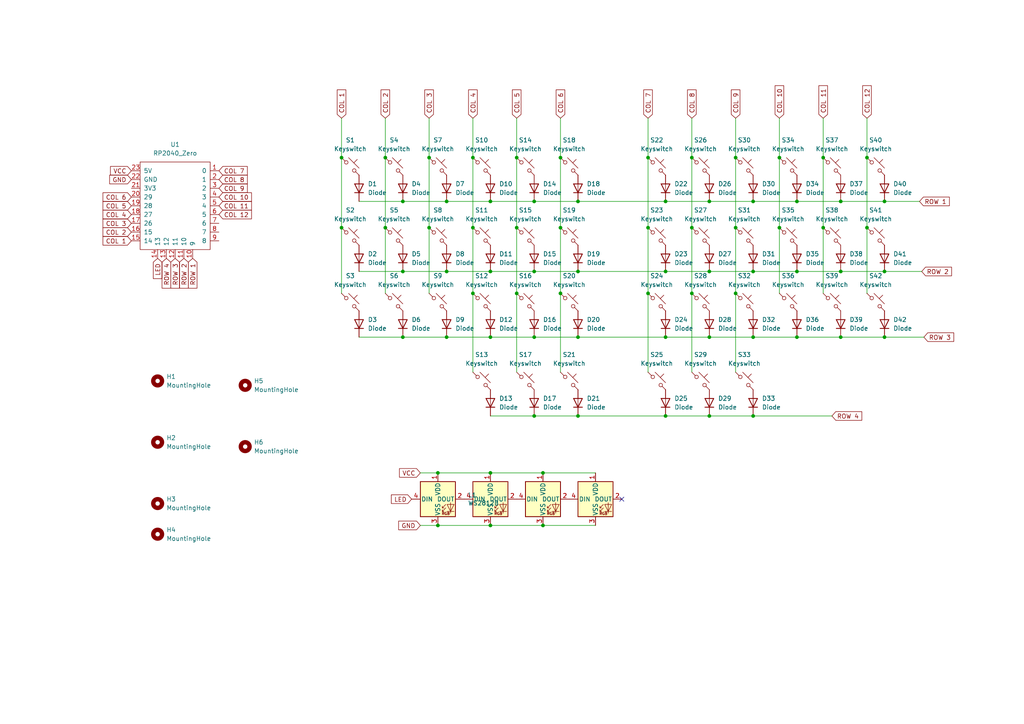
<source format=kicad_sch>
(kicad_sch (version 20230121) (generator eeschema)
  (paper "A4")
  (lib_symbols
    (symbol "LED:WS2812B" (pin_names (offset 0.254))
      (property "Reference" "D" (at 5.08 5.715 0))
      (property "Value" "WS2812B" (at 1.27 -5.715 0))
      (symbol "WS2812B_0_0"
        (text "RGB" (at 2.286 -4.191 0) (effects (font (size 0.762 0.762))))
      )
      (symbol "WS2812B_0_1"
        (polyline (pts (xy 1.27 -3.556) (xy 1.778 -3.556)))
        (polyline (pts (xy 1.27 -2.54) (xy 1.778 -2.54)))
        (polyline (pts (xy 4.699 -3.556) (xy 2.667 -3.556)))
        (polyline (pts (xy 2.286 -2.54) (xy 1.27 -3.556) (xy 1.27 -3.048)))
        (polyline (pts (xy 2.286 -1.524) (xy 1.27 -2.54) (xy 1.27 -2.032)))
        (polyline (pts (xy 3.683 -1.016) (xy 3.683 -3.556) (xy 3.683 -4.064)))
        (polyline (pts (xy 4.699 -1.524) (xy 2.667 -1.524) (xy 3.683 -3.556) (xy 4.699 -1.524)))
        (rectangle (start 5.08 5.08) (end -5.08 -5.08) (stroke (width 0.254)) (fill (type background)))
      )
      (symbol "WS2812B_1_1"
        (pin power_in line (at 0 7.62 270) (length 2.54) (name "VDD") (number "1"))
        (pin output line (at 7.62 0 180) (length 2.54) (name "DOUT") (number "2"))
        (pin power_in line (at 0 -7.62 90) (length 2.54) (name "VSS") (number "3"))
        (pin input line (at -7.62 0 0) (length 2.54) (name "DIN") (number "4"))
      )
    )
    (symbol "Mechanical:MountingHole" (pin_names (offset 1.016))
      (property "Reference" "H" (at 0 5.08 0))
      (property "Value" "MountingHole" (at 0 3.175 0))
      (symbol "MountingHole_0_1"
        (circle (center 0 0) (radius 1.27) (stroke (width 1.27)))
      )
    )
    (symbol "ScottoKeebs:MCU_RP2040_Zero" (pin_names (offset 1.016))
      (property "Reference" "U" (at 0 15.24 0))
      (property "Value" "RP2040_Zero" (at 0 12.7 0))
      (symbol "MCU_RP2040_Zero_0_1"
        (rectangle (start -10.16 11.43) (end 10.16 -13.97))
      )
      (symbol "MCU_RP2040_Zero_1_1"
        (pin bidirectional line (at 12.7 8.89 180) (length 2.54) (name "0") (number "1"))
        (pin bidirectional line (at 5.08 -16.51 90) (length 2.54) (name "9") (number "10"))
        (pin bidirectional line (at 2.54 -16.51 90) (length 2.54) (name "10") (number "11"))
        (pin bidirectional line (at 0 -16.51 90) (length 2.54) (name "11") (number "12"))
        (pin bidirectional line (at -2.54 -16.51 90) (length 2.54) (name "12") (number "13"))
        (pin bidirectional line (at -5.08 -16.51 90) (length 2.54) (name "13") (number "14"))
        (pin bidirectional line (at -12.7 -11.43 0) (length 2.54) (name "14") (number "15"))
        (pin bidirectional line (at -12.7 -8.89 0) (length 2.54) (name "15") (number "16"))
        (pin bidirectional line (at -12.7 -6.35 0) (length 2.54) (name "26") (number "17"))
        (pin bidirectional line (at -12.7 -3.81 0) (length 2.54) (name "27") (number "18"))
        (pin bidirectional line (at -12.7 -1.27 0) (length 2.54) (name "28") (number "19"))
        (pin bidirectional line (at 12.7 6.35 180) (length 2.54) (name "1") (number "2"))
        (pin bidirectional line (at -12.7 1.27 0) (length 2.54) (name "29") (number "20"))
        (pin power_out line (at -12.7 3.81 0) (length 2.54) (name "3V3") (number "21"))
        (pin power_out line (at -12.7 6.35 0) (length 2.54) (name "GND") (number "22"))
        (pin power_out line (at -12.7 8.89 0) (length 2.54) (name "5V") (number "23"))
        (pin bidirectional line (at 12.7 3.81 180) (length 2.54) (name "2") (number "3"))
        (pin bidirectional line (at 12.7 1.27 180) (length 2.54) (name "3") (number "4"))
        (pin bidirectional line (at 12.7 -1.27 180) (length 2.54) (name "4") (number "5"))
        (pin bidirectional line (at 12.7 -3.81 180) (length 2.54) (name "5") (number "6"))
        (pin bidirectional line (at 12.7 -6.35 180) (length 2.54) (name "6") (number "7"))
        (pin bidirectional line (at 12.7 -8.89 180) (length 2.54) (name "7") (number "8"))
        (pin bidirectional line (at 12.7 -11.43 180) (length 2.54) (name "8") (number "9"))
      )
    )
    (symbol "ScottoKeebs:Placeholder_Diode" (pin_numbers hide) (pin_names hide)
      (property "Reference" "D" (at 0 2.54 0))
      (property "Value" "Diode" (at 0 -2.54 0))
      (symbol "Placeholder_Diode_0_1"
        (polyline (pts (xy -1.27 1.27) (xy -1.27 -1.27)) (stroke (width 0.254)))
        (polyline (pts (xy 1.27 0) (xy -1.27 0)))
        (polyline (pts (xy 1.27 1.27) (xy 1.27 -1.27) (xy -1.27 0) (xy 1.27 1.27)) (stroke (width 0.254)))
      )
      (symbol "Placeholder_Diode_1_1"
        (pin passive line (at -3.81 0 0) (length 2.54) (name "K") (number "1"))
        (pin passive line (at 3.81 0 180) (length 2.54) (name "A") (number "2"))
      )
    )
    (symbol "ScottoKeebs:Placeholder_Keyswitch" (pin_numbers hide) (pin_names (offset 1.016) hide)
      (property "Reference" "S" (at 3.048 1.016 0))
      (property "Value" "Keyswitch" (at 0 -3.81 0))
      (symbol "Placeholder_Keyswitch_0_1"
        (circle (center -1.1684 1.1684) (radius 0.508))
        (polyline (pts (xy -0.508 2.54) (xy 2.54 -0.508)))
        (polyline (pts (xy 1.016 1.016) (xy 2.032 2.032)))
        (polyline (pts (xy -2.54 2.54) (xy -1.524 1.524) (xy -1.524 1.524)))
        (polyline (pts (xy 1.524 -1.524) (xy 2.54 -2.54) (xy 2.54 -2.54) (xy 2.54 -2.54)))
        (circle (center 1.143 -1.1938) (radius 0.508))
        (pin passive line (at -2.54 2.54 0) (length 0) (name "1") (number "1"))
        (pin passive line (at 2.54 -2.54 180) (length 0) (name "2") (number "2"))
      )
    )
  )
  (junction (at 243.84 97.79))
  (junction (at 238.76 45.72))
  (junction (at 205.74 120.65))
  (junction (at 124.46 66.04))
  (junction (at 167.64 120.65))
  (junction (at 238.76 66.04))
  (junction (at 154.94 58.42))
  (junction (at 193.04 78.74))
  (junction (at 111.76 66.04))
  (junction (at 157.48 152.4))
  (junction (at 149.86 66.04))
  (junction (at 154.94 120.65))
  (junction (at 205.74 78.74))
  (junction (at 149.86 45.72))
  (junction (at 193.04 58.42))
  (junction (at 213.36 85.09))
  (junction (at 99.06 45.72))
  (junction (at 218.44 58.42))
  (junction (at 218.44 78.74))
  (junction (at 243.84 78.74))
  (junction (at 129.54 58.42))
  (junction (at 167.64 97.79))
  (junction (at 200.66 85.09))
  (junction (at 142.24 58.42))
  (junction (at 200.66 66.04))
  (junction (at 154.94 78.74))
  (junction (at 187.96 66.04))
  (junction (at 256.54 78.74))
  (junction (at 187.96 85.09))
  (junction (at 162.56 45.72))
  (junction (at 137.16 66.04))
  (junction (at 205.74 58.42))
  (junction (at 187.96 45.72))
  (junction (at 251.46 66.04))
  (junction (at 142.24 152.4))
  (junction (at 167.64 78.74))
  (junction (at 231.14 78.74))
  (junction (at 127 152.4))
  (junction (at 213.36 45.72))
  (junction (at 142.24 78.74))
  (junction (at 127 137.16))
  (junction (at 124.46 45.72))
  (junction (at 162.56 66.04))
  (junction (at 129.54 78.74))
  (junction (at 116.84 58.42))
  (junction (at 142.24 97.79))
  (junction (at 149.86 85.09))
  (junction (at 231.14 97.79))
  (junction (at 251.46 45.72))
  (junction (at 226.06 45.72))
  (junction (at 116.84 97.79))
  (junction (at 256.54 58.42))
  (junction (at 193.04 120.65))
  (junction (at 116.84 78.74))
  (junction (at 205.74 97.79))
  (junction (at 243.84 58.42))
  (junction (at 154.94 97.79))
  (junction (at 218.44 120.65))
  (junction (at 200.66 45.72))
  (junction (at 193.04 97.79))
  (junction (at 99.06 66.04))
  (junction (at 129.54 97.79))
  (junction (at 142.24 137.16))
  (junction (at 137.16 45.72))
  (junction (at 162.56 85.09))
  (junction (at 157.48 137.16))
  (junction (at 218.44 97.79))
  (junction (at 111.76 45.72))
  (junction (at 226.06 66.04))
  (junction (at 256.54 97.79))
  (junction (at 231.14 58.42))
  (junction (at 213.36 66.04))
  (junction (at 167.64 58.42))
  (junction (at 137.16 85.09))
  (no_connect (at 180.34 144.78))
  (wire (pts (xy 111.76 66.04) (xy 111.76 85.09)))
  (wire (pts (xy 142.24 120.65) (xy 154.94 120.65)))
  (wire (pts (xy 218.44 97.79) (xy 231.14 97.79)))
  (wire (pts (xy 251.46 34.29) (xy 251.46 45.72)))
  (wire (pts (xy 154.94 78.74) (xy 167.64 78.74)))
  (wire (pts (xy 193.04 78.74) (xy 205.74 78.74)))
  (wire (pts (xy 218.44 78.74) (xy 231.14 78.74)))
  (wire (pts (xy 137.16 85.09) (xy 137.16 107.95)))
  (wire (pts (xy 200.66 85.09) (xy 200.66 107.95)))
  (wire (pts (xy 116.84 58.42) (xy 129.54 58.42)))
  (wire (pts (xy 238.76 34.29) (xy 238.76 45.72)))
  (wire (pts (xy 157.48 152.4) (xy 172.72 152.4)))
  (wire (pts (xy 104.14 78.74) (xy 116.84 78.74)))
  (wire (pts (xy 218.44 120.65) (xy 241.3 120.65)))
  (wire (pts (xy 99.06 34.29) (xy 99.06 45.72)))
  (wire (pts (xy 137.16 34.29) (xy 137.16 45.72)))
  (wire (pts (xy 167.64 58.42) (xy 193.04 58.42)))
  (wire (pts (xy 149.86 85.09) (xy 149.86 107.95)))
  (wire (pts (xy 256.54 58.42) (xy 266.7 58.42)))
  (wire (pts (xy 121.92 137.16) (xy 127 137.16)))
  (wire (pts (xy 116.84 97.79) (xy 129.54 97.79)))
  (wire (pts (xy 193.04 58.42) (xy 205.74 58.42)))
  (wire (pts (xy 162.56 66.04) (xy 162.56 85.09)))
  (wire (pts (xy 104.14 97.79) (xy 116.84 97.79)))
  (wire (pts (xy 231.14 78.74) (xy 243.84 78.74)))
  (wire (pts (xy 154.94 120.65) (xy 167.64 120.65)))
  (wire (pts (xy 129.54 78.74) (xy 142.24 78.74)))
  (wire (pts (xy 213.36 34.29) (xy 213.36 45.72)))
  (wire (pts (xy 243.84 97.79) (xy 256.54 97.79)))
  (wire (pts (xy 226.06 45.72) (xy 226.06 66.04)))
  (wire (pts (xy 238.76 66.04) (xy 238.76 85.09)))
  (wire (pts (xy 193.04 97.79) (xy 205.74 97.79)))
  (wire (pts (xy 149.86 66.04) (xy 149.86 85.09)))
  (wire (pts (xy 154.94 58.42) (xy 167.64 58.42)))
  (wire (pts (xy 121.92 152.4) (xy 127 152.4)))
  (wire (pts (xy 124.46 34.29) (xy 124.46 45.72)))
  (wire (pts (xy 149.86 34.29) (xy 149.86 45.72)))
  (wire (pts (xy 231.14 58.42) (xy 243.84 58.42)))
  (wire (pts (xy 205.74 78.74) (xy 218.44 78.74)))
  (wire (pts (xy 226.06 66.04) (xy 226.06 85.09)))
  (wire (pts (xy 127 137.16) (xy 142.24 137.16)))
  (wire (pts (xy 129.54 97.79) (xy 142.24 97.79)))
  (wire (pts (xy 167.64 78.74) (xy 193.04 78.74)))
  (wire (pts (xy 238.76 45.72) (xy 238.76 66.04)))
  (wire (pts (xy 124.46 66.04) (xy 124.46 85.09)))
  (wire (pts (xy 154.94 97.79) (xy 167.64 97.79)))
  (wire (pts (xy 187.96 34.29) (xy 187.96 45.72)))
  (wire (pts (xy 104.14 58.42) (xy 116.84 58.42)))
  (wire (pts (xy 200.66 34.29) (xy 200.66 45.72)))
  (wire (pts (xy 218.44 58.42) (xy 231.14 58.42)))
  (wire (pts (xy 162.56 34.29) (xy 162.56 45.72)))
  (wire (pts (xy 111.76 45.72) (xy 111.76 66.04)))
  (wire (pts (xy 167.64 97.79) (xy 193.04 97.79)))
  (wire (pts (xy 99.06 45.72) (xy 99.06 66.04)))
  (wire (pts (xy 167.64 120.65) (xy 193.04 120.65)))
  (wire (pts (xy 251.46 66.04) (xy 251.46 85.09)))
  (wire (pts (xy 157.48 137.16) (xy 172.72 137.16)))
  (wire (pts (xy 187.96 45.72) (xy 187.96 66.04)))
  (wire (pts (xy 162.56 85.09) (xy 162.56 107.95)))
  (wire (pts (xy 213.36 45.72) (xy 213.36 66.04)))
  (wire (pts (xy 187.96 66.04) (xy 187.96 85.09)))
  (wire (pts (xy 99.06 66.04) (xy 99.06 85.09)))
  (wire (pts (xy 149.86 45.72) (xy 149.86 66.04)))
  (wire (pts (xy 116.84 78.74) (xy 129.54 78.74)))
  (wire (pts (xy 256.54 78.74) (xy 267.335 78.74)))
  (wire (pts (xy 205.74 58.42) (xy 218.44 58.42)))
  (wire (pts (xy 129.54 58.42) (xy 142.24 58.42)))
  (wire (pts (xy 111.76 34.29) (xy 111.76 45.72)))
  (wire (pts (xy 243.84 58.42) (xy 256.54 58.42)))
  (wire (pts (xy 200.66 66.04) (xy 200.66 85.09)))
  (wire (pts (xy 256.54 97.79) (xy 267.97 97.79)))
  (wire (pts (xy 162.56 45.72) (xy 162.56 66.04)))
  (wire (pts (xy 205.74 120.65) (xy 218.44 120.65)))
  (wire (pts (xy 142.24 137.16) (xy 157.48 137.16)))
  (wire (pts (xy 124.46 45.72) (xy 124.46 66.04)))
  (wire (pts (xy 142.24 58.42) (xy 154.94 58.42)))
  (wire (pts (xy 137.16 45.72) (xy 137.16 66.04)))
  (wire (pts (xy 251.46 45.72) (xy 251.46 66.04)))
  (wire (pts (xy 142.24 152.4) (xy 127 152.4)))
  (wire (pts (xy 137.16 66.04) (xy 137.16 85.09)))
  (wire (pts (xy 213.36 66.04) (xy 213.36 85.09)))
  (wire (pts (xy 226.06 34.29) (xy 226.06 45.72)))
  (wire (pts (xy 142.24 152.4) (xy 157.48 152.4)))
  (wire (pts (xy 213.36 85.09) (xy 213.36 107.95)))
  (wire (pts (xy 187.96 85.09) (xy 187.96 107.95)))
  (wire (pts (xy 193.04 120.65) (xy 205.74 120.65)))
  (wire (pts (xy 205.74 97.79) (xy 218.44 97.79)))
  (wire (pts (xy 200.66 45.72) (xy 200.66 66.04)))
  (wire (pts (xy 243.84 78.74) (xy 256.54 78.74)))
  (wire (pts (xy 142.24 97.79) (xy 154.94 97.79)))
  (wire (pts (xy 142.24 78.74) (xy 154.94 78.74)))
  (wire (pts (xy 231.14 97.79) (xy 243.84 97.79)))
  (global_label "COL 11" (shape input) (at 63.5 59.69 0) (property "Intersheetrefs" "${INTERSHEET_REFS}" (effects hide)))
  (global_label "COL 7" (shape input) (at 187.96 34.29 90) (property "Intersheetrefs" "${INTERSHEET_REFS}" (effects hide)))
  (global_label "LED" (shape input) (at 119.38 144.78 180) (property "Intersheetrefs" "${INTERSHEET_REFS}" (effects hide)))
  (global_label "VCC" (shape input) (at 38.1 49.53 180) (property "Intersheetrefs" "${INTERSHEET_REFS}" (effects hide)))
  (global_label "ROW 3" (shape input) (at 267.97 97.79 0) (property "Intersheetrefs" "${INTERSHEET_REFS}" (effects hide)))
  (global_label "COL 5" (shape input) (at 38.1 59.69 180) (property "Intersheetrefs" "${INTERSHEET_REFS}" (effects hide)))
  (global_label "ROW 2" (shape input) (at 53.34 74.93 270) (property "Intersheetrefs" "${INTERSHEET_REFS}" (effects hide)))
  (global_label "GND" (shape input) (at 121.92 152.4 180) (property "Intersheetrefs" "${INTERSHEET_REFS}" (effects hide)))
  (global_label "ROW 1" (shape input) (at 55.88 74.93 270) (property "Intersheetrefs" "${INTERSHEET_REFS}" (effects hide)))
  (global_label "GND" (shape input) (at 38.1 52.07 180) (property "Intersheetrefs" "${INTERSHEET_REFS}" (effects hide)))
  (global_label "COL 5" (shape input) (at 149.86 34.29 90) (property "Intersheetrefs" "${INTERSHEET_REFS}" (effects hide)))
  (global_label "COL 11" (shape input) (at 238.76 34.29 90) (property "Intersheetrefs" "${INTERSHEET_REFS}" (effects hide)))
  (global_label "COL 1" (shape input) (at 38.1 69.85 180) (property "Intersheetrefs" "${INTERSHEET_REFS}" (effects hide)))
  (global_label "COL 10" (shape input) (at 226.06 34.29 90) (property "Intersheetrefs" "${INTERSHEET_REFS}" (effects hide)))
  (global_label "COL 2" (shape input) (at 38.1 67.31 180) (property "Intersheetrefs" "${INTERSHEET_REFS}" (effects hide)))
  (global_label "COL 12" (shape input) (at 63.5 62.23 0) (property "Intersheetrefs" "${INTERSHEET_REFS}" (effects hide)))
  (global_label "VCC" (shape input) (at 121.92 137.16 180) (property "Intersheetrefs" "${INTERSHEET_REFS}" (effects hide)))
  (global_label "COL 3" (shape input) (at 38.1 64.77 180) (property "Intersheetrefs" "${INTERSHEET_REFS}" (effects hide)))
  (global_label "COL 6" (shape input) (at 162.56 34.29 90) (property "Intersheetrefs" "${INTERSHEET_REFS}" (effects hide)))
  (global_label "COL 10" (shape input) (at 63.5 57.15 0) (property "Intersheetrefs" "${INTERSHEET_REFS}" (effects hide)))
  (global_label "COL 2" (shape input) (at 111.76 34.29 90) (property "Intersheetrefs" "${INTERSHEET_REFS}" (effects hide)))
  (global_label "COL 8" (shape input) (at 63.5 52.07 0) (property "Intersheetrefs" "${INTERSHEET_REFS}" (effects hide)))
  (global_label "LED" (shape input) (at 45.72 74.93 270) (property "Intersheetrefs" "${INTERSHEET_REFS}" (effects hide)))
  (global_label "COL 9" (shape input) (at 63.5 54.61 0) (property "Intersheetrefs" "${INTERSHEET_REFS}" (effects hide)))
  (global_label "ROW 4" (shape input) (at 48.26 74.93 270) (property "Intersheetrefs" "${INTERSHEET_REFS}" (effects hide)))
  (global_label "COL 7" (shape input) (at 63.5 49.53 0) (property "Intersheetrefs" "${INTERSHEET_REFS}" (effects hide)))
  (global_label "COL 8" (shape input) (at 200.66 34.29 90) (property "Intersheetrefs" "${INTERSHEET_REFS}" (effects hide)))
  (global_label "ROW 1" (shape input) (at 266.7 58.42 0) (property "Intersheetrefs" "${INTERSHEET_REFS}" (effects hide)))
  (global_label "COL 4" (shape input) (at 38.1 62.23 180) (property "Intersheetrefs" "${INTERSHEET_REFS}" (effects hide)))
  (global_label "COL 12" (shape input) (at 251.46 34.29 90) (property "Intersheetrefs" "${INTERSHEET_REFS}" (effects hide)))
  (global_label "COL 4" (shape input) (at 137.16 34.29 90) (property "Intersheetrefs" "${INTERSHEET_REFS}" (effects hide)))
  (global_label "COL 6" (shape input) (at 38.1 57.15 180) (property "Intersheetrefs" "${INTERSHEET_REFS}" (effects hide)))
  (global_label "COL 3" (shape input) (at 124.46 34.29 90) (property "Intersheetrefs" "${INTERSHEET_REFS}" (effects hide)))
  (global_label "COL 1" (shape input) (at 99.06 34.29 90) (property "Intersheetrefs" "${INTERSHEET_REFS}" (effects hide)))
  (global_label "ROW 3" (shape input) (at 50.8 74.93 270) (property "Intersheetrefs" "${INTERSHEET_REFS}" (effects hide)))
  (global_label "ROW 2" (shape input) (at 267.335 78.74 0) (property "Intersheetrefs" "${INTERSHEET_REFS}" (effects hide)))
  (global_label "ROW 4" (shape input) (at 241.3 120.65 0) (property "Intersheetrefs" "${INTERSHEET_REFS}" (effects hide)))
  (global_label "COL 9" (shape input) (at 213.36 34.29 90) (property "Intersheetrefs" "${INTERSHEET_REFS}" (effects hide)))
  (symbol (lib_id "ScottoKeebs:Placeholder_Diode") (at 116.84 54.61 90) (unit 1)
    (property "Reference" "D4" (at 119.38 53.34 90) (effects (justify right)))
    (property "Value" "Diode" (at 119.38 55.88 90) (effects (justify right)))
    (property "Footprint" "ScottoKeebs_Components:Diode_SOD-123" (effects hide))
    (property "Sim.Device" "D" (effects hide))
    (property "Sim.Pins" "1=K 2=A" (effects hide))
  )
  (symbol (lib_id "ScottoKeebs:Placeholder_Keyswitch") (at 127 87.63 0) (unit 1)
    (property "Reference" "S9" (at 127 80.01 0))
    (property "Value" "Keyswitch" (at 127 82.55 0))
    (property "Footprint" "PCM_marbastlib-mx:SW_MX_HS_1u" (effects hide))
  )
  (symbol (lib_id "LED:WS2812B") (at 127 144.78 0) (unit 1)
    (property "Reference" "L1" (at 135.7376 143.6116 0) (effects (justify left)))
    (property "Value" "WS2812B" (at 135.7376 145.923 0) (effects (justify left)))
    (property "Footprint" "LED_SMD:LED_WS2812B_PLCC4_5.0x5.0mm_P3.2mm" (effects hide))
    (property "Datasheet" "https://cdn-shop.adafruit.com/datasheets/WS2812B.pdf" (effects hide))
  )
  (symbol (lib_id "ScottoKeebs:Placeholder_Diode") (at 142.24 74.93 90) (unit 1)
    (property "Reference" "D11" (at 144.78 73.66 90) (effects (justify right)))
    (property "Value" "Diode" (at 144.78 76.2 90) (effects (justify right)))
    (property "Footprint" "ScottoKeebs_Components:Diode_SOD-123" (effects hide))
    (property "Sim.Device" "D" (effects hide))
    (property "Sim.Pins" "1=K 2=A" (effects hide))
  )
  (symbol (lib_id "ScottoKeebs:Placeholder_Keyswitch") (at 228.6 48.26 0) (unit 1)
    (property "Reference" "S34" (at 228.6 40.64 0))
    (property "Value" "Keyswitch" (at 228.6 43.18 0))
    (property "Footprint" "PCM_marbastlib-mx:SW_MX_HS_1u" (effects hide))
  )
  (symbol (lib_id "ScottoKeebs:Placeholder_Keyswitch") (at 152.4 68.58 0) (unit 1)
    (property "Reference" "S15" (at 152.4 60.96 0))
    (property "Value" "Keyswitch" (at 152.4 63.5 0))
    (property "Footprint" "PCM_marbastlib-mx:SW_MX_HS_1u" (effects hide))
  )
  (symbol (lib_id "Mechanical:MountingHole") (at 45.72 154.94 0) (unit 1)
    (property "Reference" "H4" (at 48.26 153.67 0) (effects (justify left)))
    (property "Value" "MountingHole" (at 48.26 156.21 0) (effects (justify left)))
    (property "Footprint" "MountingHole:MountingHole_2.2mm_M2" (effects hide))
  )
  (symbol (lib_id "ScottoKeebs:Placeholder_Diode") (at 142.24 93.98 90) (unit 1)
    (property "Reference" "D12" (at 144.78 92.71 90) (effects (justify right)))
    (property "Value" "Diode" (at 144.78 95.25 90) (effects (justify right)))
    (property "Footprint" "ScottoKeebs_Components:Diode_SOD-123" (effects hide))
    (property "Sim.Device" "D" (effects hide))
    (property "Sim.Pins" "1=K 2=A" (effects hide))
  )
  (symbol (lib_id "ScottoKeebs:Placeholder_Diode") (at 142.24 116.84 90) (unit 1)
    (property "Reference" "D13" (at 144.78 115.57 90) (effects (justify right)))
    (property "Value" "Diode" (at 144.78 118.11 90) (effects (justify right)))
    (property "Footprint" "ScottoKeebs_Components:Diode_SOD-123" (effects hide))
    (property "Sim.Device" "D" (effects hide))
    (property "Sim.Pins" "1=K 2=A" (effects hide))
  )
  (symbol (lib_id "Mechanical:MountingHole") (at 71.12 111.76 0) (unit 1)
    (property "Reference" "H5" (at 73.66 110.49 0) (effects (justify left)))
    (property "Value" "MountingHole" (at 73.66 113.03 0) (effects (justify left)))
    (property "Footprint" "MountingHole:MountingHole_2.2mm_M2" (effects hide))
  )
  (symbol (lib_id "ScottoKeebs:Placeholder_Keyswitch") (at 114.3 87.63 0) (unit 1)
    (property "Reference" "S6" (at 114.3 80.01 0))
    (property "Value" "Keyswitch" (at 114.3 82.55 0))
    (property "Footprint" "PCM_marbastlib-mx:SW_MX_HS_1u" (effects hide))
  )
  (symbol (lib_id "ScottoKeebs:Placeholder_Diode") (at 205.74 116.84 90) (unit 1)
    (property "Reference" "D29" (at 208.28 115.57 90) (effects (justify right)))
    (property "Value" "Diode" (at 208.28 118.11 90) (effects (justify right)))
    (property "Footprint" "ScottoKeebs_Components:Diode_SOD-123" (effects hide))
    (property "Sim.Device" "D" (effects hide))
    (property "Sim.Pins" "1=K 2=A" (effects hide))
  )
  (symbol (lib_id "ScottoKeebs:Placeholder_Keyswitch") (at 254 48.26 0) (unit 1)
    (property "Reference" "S40" (at 254 40.64 0))
    (property "Value" "Keyswitch" (at 254 43.18 0))
    (property "Footprint" "PCM_marbastlib-mx:SW_MX_HS_1u" (effects hide))
  )
  (symbol (lib_id "ScottoKeebs:Placeholder_Keyswitch") (at 254 68.58 0) (unit 1)
    (property "Reference" "S41" (at 254 60.96 0))
    (property "Value" "Keyswitch" (at 254 63.5 0))
    (property "Footprint" "PCM_marbastlib-mx:SW_MX_HS_1u" (effects hide))
  )
  (symbol (lib_id "ScottoKeebs:Placeholder_Keyswitch") (at 152.4 110.49 0) (unit 1)
    (property "Reference" "S17" (at 152.4 102.87 0))
    (property "Value" "Keyswitch" (at 152.4 105.41 0))
    (property "Footprint" "PCM_marbastlib-mx:SW_MX_HS_1u" (effects hide))
  )
  (symbol (lib_id "ScottoKeebs:Placeholder_Keyswitch") (at 241.3 68.58 0) (unit 1)
    (property "Reference" "S38" (at 241.3 60.96 0))
    (property "Value" "Keyswitch" (at 241.3 63.5 0))
    (property "Footprint" "PCM_marbastlib-mx:SW_MX_HS_1u" (effects hide))
  )
  (symbol (lib_id "ScottoKeebs:Placeholder_Diode") (at 167.64 93.98 90) (unit 1)
    (property "Reference" "D20" (at 170.18 92.71 90) (effects (justify right)))
    (property "Value" "Diode" (at 170.18 95.25 90) (effects (justify right)))
    (property "Footprint" "ScottoKeebs_Components:Diode_SOD-123" (effects hide))
    (property "Sim.Device" "D" (effects hide))
    (property "Sim.Pins" "1=K 2=A" (effects hide))
  )
  (symbol (lib_id "ScottoKeebs:Placeholder_Diode") (at 193.04 74.93 90) (unit 1)
    (property "Reference" "D23" (at 195.58 73.66 90) (effects (justify right)))
    (property "Value" "Diode" (at 195.58 76.2 90) (effects (justify right)))
    (property "Footprint" "ScottoKeebs_Components:Diode_SOD-123" (effects hide))
    (property "Sim.Device" "D" (effects hide))
    (property "Sim.Pins" "1=K 2=A" (effects hide))
  )
  (symbol (lib_id "ScottoKeebs:Placeholder_Keyswitch") (at 114.3 68.58 0) (unit 1)
    (property "Reference" "S5" (at 114.3 60.96 0))
    (property "Value" "Keyswitch" (at 114.3 63.5 0))
    (property "Footprint" "PCM_marbastlib-mx:SW_MX_HS_1u" (effects hide))
  )
  (symbol (lib_id "ScottoKeebs:Placeholder_Diode") (at 104.14 54.61 90) (unit 1)
    (property "Reference" "D1" (at 106.68 53.34 90) (effects (justify right)))
    (property "Value" "Diode" (at 106.68 55.88 90) (effects (justify right)))
    (property "Footprint" "ScottoKeebs_Components:Diode_SOD-123" (effects hide))
    (property "Sim.Device" "D" (effects hide))
    (property "Sim.Pins" "1=K 2=A" (effects hide))
  )
  (symbol (lib_id "ScottoKeebs:Placeholder_Keyswitch") (at 190.5 48.26 0) (unit 1)
    (property "Reference" "S22" (at 190.5 40.64 0))
    (property "Value" "Keyswitch" (at 190.5 43.18 0))
    (property "Footprint" "PCM_marbastlib-mx:SW_MX_HS_1u" (effects hide))
  )
  (symbol (lib_id "ScottoKeebs:Placeholder_Diode") (at 256.54 93.98 90) (unit 1)
    (property "Reference" "D42" (at 259.08 92.71 90) (effects (justify right)))
    (property "Value" "Diode" (at 259.08 95.25 90) (effects (justify right)))
    (property "Footprint" "ScottoKeebs_Components:Diode_SOD-123" (effects hide))
    (property "Sim.Device" "D" (effects hide))
    (property "Sim.Pins" "1=K 2=A" (effects hide))
  )
  (symbol (lib_id "ScottoKeebs:Placeholder_Diode") (at 231.14 54.61 90) (unit 1)
    (property "Reference" "D34" (at 233.68 53.34 90) (effects (justify right)))
    (property "Value" "Diode" (at 233.68 55.88 90) (effects (justify right)))
    (property "Footprint" "ScottoKeebs_Components:Diode_SOD-123" (effects hide))
    (property "Sim.Device" "D" (effects hide))
    (property "Sim.Pins" "1=K 2=A" (effects hide))
  )
  (symbol (lib_id "ScottoKeebs:Placeholder_Diode") (at 243.84 54.61 90) (unit 1)
    (property "Reference" "D37" (at 246.38 53.34 90) (effects (justify right)))
    (property "Value" "Diode" (at 246.38 55.88 90) (effects (justify right)))
    (property "Footprint" "ScottoKeebs_Components:Diode_SOD-123" (effects hide))
    (property "Sim.Device" "D" (effects hide))
    (property "Sim.Pins" "1=K 2=A" (effects hide))
  )
  (symbol (lib_id "ScottoKeebs:Placeholder_Diode") (at 129.54 93.98 90) (unit 1)
    (property "Reference" "D9" (at 132.08 92.71 90) (effects (justify right)))
    (property "Value" "Diode" (at 132.08 95.25 90) (effects (justify right)))
    (property "Footprint" "ScottoKeebs_Components:Diode_SOD-123" (effects hide))
    (property "Sim.Device" "D" (effects hide))
    (property "Sim.Pins" "1=K 2=A" (effects hide))
  )
  (symbol (lib_id "ScottoKeebs:Placeholder_Keyswitch") (at 190.5 110.49 0) (unit 1)
    (property "Reference" "S25" (at 190.5 102.87 0))
    (property "Value" "Keyswitch" (at 190.5 105.41 0))
    (property "Footprint" "PCM_marbastlib-mx:SW_MX_HS_1u" (effects hide))
  )
  (symbol (lib_id "ScottoKeebs:Placeholder_Diode") (at 218.44 93.98 90) (unit 1)
    (property "Reference" "D32" (at 220.98 92.71 90) (effects (justify right)))
    (property "Value" "Diode" (at 220.98 95.25 90) (effects (justify right)))
    (property "Footprint" "ScottoKeebs_Components:Diode_SOD-123" (effects hide))
    (property "Sim.Device" "D" (effects hide))
    (property "Sim.Pins" "1=K 2=A" (effects hide))
  )
  (symbol (lib_id "ScottoKeebs:Placeholder_Keyswitch") (at 228.6 68.58 0) (unit 1)
    (property "Reference" "S35" (at 228.6 60.96 0))
    (property "Value" "Keyswitch" (at 228.6 63.5 0))
    (property "Footprint" "PCM_marbastlib-mx:SW_MX_HS_1u" (effects hide))
  )
  (symbol (lib_id "ScottoKeebs:Placeholder_Diode") (at 142.24 54.61 90) (unit 1)
    (property "Reference" "D10" (at 144.78 53.34 90) (effects (justify right)))
    (property "Value" "Diode" (at 144.78 55.88 90) (effects (justify right)))
    (property "Footprint" "ScottoKeebs_Components:Diode_SOD-123" (effects hide))
    (property "Sim.Device" "D" (effects hide))
    (property "Sim.Pins" "1=K 2=A" (effects hide))
  )
  (symbol (lib_id "ScottoKeebs:Placeholder_Keyswitch") (at 203.2 48.26 0) (unit 1)
    (property "Reference" "S26" (at 203.2 40.64 0))
    (property "Value" "Keyswitch" (at 203.2 43.18 0))
    (property "Footprint" "PCM_marbastlib-mx:SW_MX_HS_1u" (effects hide))
  )
  (symbol (lib_id "ScottoKeebs:Placeholder_Keyswitch") (at 203.2 87.63 0) (unit 1)
    (property "Reference" "S28" (at 203.2 80.01 0))
    (property "Value" "Keyswitch" (at 203.2 82.55 0))
    (property "Footprint" "PCM_marbastlib-mx:SW_MX_HS_1u" (effects hide))
  )
  (symbol (lib_id "ScottoKeebs:Placeholder_Keyswitch") (at 190.5 87.63 0) (unit 1)
    (property "Reference" "S24" (at 190.5 80.01 0))
    (property "Value" "Keyswitch" (at 190.5 82.55 0))
    (property "Footprint" "PCM_marbastlib-mx:SW_MX_HS_1u" (effects hide))
  )
  (symbol (lib_id "ScottoKeebs:Placeholder_Keyswitch") (at 228.6 87.63 0) (unit 1)
    (property "Reference" "S36" (at 228.6 80.01 0))
    (property "Value" "Keyswitch" (at 228.6 82.55 0))
    (property "Footprint" "PCM_marbastlib-mx:SW_MX_HS_1u" (effects hide))
  )
  (symbol (lib_id "ScottoKeebs:Placeholder_Keyswitch") (at 152.4 48.26 0) (unit 1)
    (property "Reference" "S14" (at 152.4 40.64 0))
    (property "Value" "Keyswitch" (at 152.4 43.18 0))
    (property "Footprint" "PCM_marbastlib-mx:SW_MX_HS_1u" (effects hide))
  )
  (symbol (lib_id "ScottoKeebs:Placeholder_Diode") (at 243.84 74.93 90) (unit 1)
    (property "Reference" "D38" (at 246.38 73.66 90) (effects (justify right)))
    (property "Value" "Diode" (at 246.38 76.2 90) (effects (justify right)))
    (property "Footprint" "ScottoKeebs_Components:Diode_SOD-123" (effects hide))
    (property "Sim.Device" "D" (effects hide))
    (property "Sim.Pins" "1=K 2=A" (effects hide))
  )
  (symbol (lib_id "ScottoKeebs:Placeholder_Diode") (at 104.14 93.98 90) (unit 1)
    (property "Reference" "D3" (at 106.68 92.71 90) (effects (justify right)))
    (property "Value" "Diode" (at 106.68 95.25 90) (effects (justify right)))
    (property "Footprint" "ScottoKeebs_Components:Diode_SOD-123" (effects hide))
    (property "Sim.Device" "D" (effects hide))
    (property "Sim.Pins" "1=K 2=A" (effects hide))
  )
  (symbol (lib_id "ScottoKeebs:Placeholder_Keyswitch") (at 139.7 110.49 0) (unit 1)
    (property "Reference" "S13" (at 139.7 102.87 0))
    (property "Value" "Keyswitch" (at 139.7 105.41 0))
    (property "Footprint" "PCM_marbastlib-mx:SW_MX_HS_1u" (effects hide))
  )
  (symbol (lib_id "ScottoKeebs:Placeholder_Keyswitch") (at 215.9 48.26 0) (unit 1)
    (property "Reference" "S30" (at 215.9 40.64 0))
    (property "Value" "Keyswitch" (at 215.9 43.18 0))
    (property "Footprint" "PCM_marbastlib-mx:SW_MX_HS_1u" (effects hide))
  )
  (symbol (lib_id "Mechanical:MountingHole") (at 45.72 110.49 0) (unit 1)
    (property "Reference" "H1" (at 48.26 109.22 0) (effects (justify left)))
    (property "Value" "MountingHole" (at 48.26 111.76 0) (effects (justify left)))
    (property "Footprint" "MountingHole:MountingHole_2.2mm_M2" (effects hide))
  )
  (symbol (lib_id "ScottoKeebs:Placeholder_Diode") (at 154.94 116.84 90) (unit 1)
    (property "Reference" "D17" (at 157.48 115.57 90) (effects (justify right)))
    (property "Value" "Diode" (at 157.48 118.11 90) (effects (justify right)))
    (property "Footprint" "ScottoKeebs_Components:Diode_SOD-123" (effects hide))
    (property "Sim.Device" "D" (effects hide))
    (property "Sim.Pins" "1=K 2=A" (effects hide))
  )
  (symbol (lib_id "ScottoKeebs:Placeholder_Keyswitch") (at 215.9 68.58 0) (unit 1)
    (property "Reference" "S31" (at 215.9 60.96 0))
    (property "Value" "Keyswitch" (at 215.9 63.5 0))
    (property "Footprint" "PCM_marbastlib-mx:SW_MX_HS_1u" (effects hide))
  )
  (symbol (lib_id "ScottoKeebs:Placeholder_Keyswitch") (at 139.7 48.26 0) (unit 1)
    (property "Reference" "S10" (at 139.7 40.64 0))
    (property "Value" "Keyswitch" (at 139.7 43.18 0))
    (property "Footprint" "PCM_marbastlib-mx:SW_MX_HS_1u" (effects hide))
  )
  (symbol (lib_id "ScottoKeebs:Placeholder_Diode") (at 193.04 93.98 90) (unit 1)
    (property "Reference" "D24" (at 195.58 92.71 90) (effects (justify right)))
    (property "Value" "Diode" (at 195.58 95.25 90) (effects (justify right)))
    (property "Footprint" "ScottoKeebs_Components:Diode_SOD-123" (effects hide))
    (property "Sim.Device" "D" (effects hide))
    (property "Sim.Pins" "1=K 2=A" (effects hide))
  )
  (symbol (lib_id "ScottoKeebs:Placeholder_Diode") (at 205.74 93.98 90) (unit 1)
    (property "Reference" "D28" (at 208.28 92.71 90) (effects (justify right)))
    (property "Value" "Diode" (at 208.28 95.25 90) (effects (justify right)))
    (property "Footprint" "ScottoKeebs_Components:Diode_SOD-123" (effects hide))
    (property "Sim.Device" "D" (effects hide))
    (property "Sim.Pins" "1=K 2=A" (effects hide))
  )
  (symbol (lib_id "ScottoKeebs:Placeholder_Diode") (at 256.54 74.93 90) (unit 1)
    (property "Reference" "D41" (at 259.08 73.66 90) (effects (justify right)))
    (property "Value" "Diode" (at 259.08 76.2 90) (effects (justify right)))
    (property "Footprint" "ScottoKeebs_Components:Diode_SOD-123" (effects hide))
    (property "Sim.Device" "D" (effects hide))
    (property "Sim.Pins" "1=K 2=A" (effects hide))
  )
  (symbol (lib_id "ScottoKeebs:Placeholder_Keyswitch") (at 101.6 87.63 0) (unit 1)
    (property "Reference" "S3" (at 101.6 80.01 0))
    (property "Value" "Keyswitch" (at 101.6 82.55 0))
    (property "Footprint" "PCM_marbastlib-mx:SW_MX_HS_1u" (effects hide))
  )
  (symbol (lib_id "ScottoKeebs:Placeholder_Diode") (at 154.94 93.98 90) (unit 1)
    (property "Reference" "D16" (at 157.48 92.71 90) (effects (justify right)))
    (property "Value" "Diode" (at 157.48 95.25 90) (effects (justify right)))
    (property "Footprint" "ScottoKeebs_Components:Diode_SOD-123" (effects hide))
    (property "Sim.Device" "D" (effects hide))
    (property "Sim.Pins" "1=K 2=A" (effects hide))
  )
  (symbol (lib_id "ScottoKeebs:Placeholder_Diode") (at 154.94 74.93 90) (unit 1)
    (property "Reference" "D15" (at 157.48 73.66 90) (effects (justify right)))
    (property "Value" "Diode" (at 157.48 76.2 90) (effects (justify right)))
    (property "Footprint" "ScottoKeebs_Components:Diode_SOD-123" (effects hide))
    (property "Sim.Device" "D" (effects hide))
    (property "Sim.Pins" "1=K 2=A" (effects hide))
  )
  (symbol (lib_id "ScottoKeebs:Placeholder_Keyswitch") (at 127 68.58 0) (unit 1)
    (property "Reference" "S8" (at 127 60.96 0))
    (property "Value" "Keyswitch" (at 127 63.5 0))
    (property "Footprint" "PCM_marbastlib-mx:SW_MX_HS_1u" (effects hide))
  )
  (symbol (lib_id "ScottoKeebs:Placeholder_Keyswitch") (at 165.1 68.58 0) (unit 1)
    (property "Reference" "S19" (at 165.1 60.96 0))
    (property "Value" "Keyswitch" (at 165.1 63.5 0))
    (property "Footprint" "PCM_marbastlib-mx:SW_MX_HS_1u" (effects hide))
  )
  (symbol (lib_id "ScottoKeebs:Placeholder_Keyswitch") (at 165.1 110.49 0) (unit 1)
    (property "Reference" "S21" (at 165.1 102.87 0))
    (property "Value" "Keyswitch" (at 165.1 105.41 0))
    (property "Footprint" "PCM_marbastlib-mx:SW_MX_HS_1u" (effects hide))
  )
  (symbol (lib_id "ScottoKeebs:Placeholder_Keyswitch") (at 101.6 48.26 0) (unit 1)
    (property "Reference" "S1" (at 101.6 40.64 0))
    (property "Value" "Keyswitch" (at 101.6 43.18 0))
    (property "Footprint" "PCM_marbastlib-mx:SW_MX_HS_1u" (effects hide))
  )
  (symbol (lib_id "ScottoKeebs:Placeholder_Diode") (at 129.54 74.93 90) (unit 1)
    (property "Reference" "D8" (at 132.08 73.66 90) (effects (justify right)))
    (property "Value" "Diode" (at 132.08 76.2 90) (effects (justify right)))
    (property "Footprint" "ScottoKeebs_Components:Diode_SOD-123" (effects hide))
    (property "Sim.Device" "D" (effects hide))
    (property "Sim.Pins" "1=K 2=A" (effects hide))
  )
  (symbol (lib_id "ScottoKeebs:Placeholder_Diode") (at 193.04 54.61 90) (unit 1)
    (property "Reference" "D22" (at 195.58 53.34 90) (effects (justify right)))
    (property "Value" "Diode" (at 195.58 55.88 90) (effects (justify right)))
    (property "Footprint" "ScottoKeebs_Components:Diode_SOD-123" (effects hide))
    (property "Sim.Device" "D" (effects hide))
    (property "Sim.Pins" "1=K 2=A" (effects hide))
  )
  (symbol (lib_id "Mechanical:MountingHole") (at 45.72 128.27 0) (unit 1)
    (property "Reference" "H2" (at 48.26 127 0) (effects (justify left)))
    (property "Value" "MountingHole" (at 48.26 129.54 0) (effects (justify left)))
    (property "Footprint" "MountingHole:MountingHole_2.2mm_M2" (effects hide))
  )
  (symbol (lib_id "ScottoKeebs:MCU_RP2040_Zero") (at 50.8 58.42 0) (unit 1)
    (property "Reference" "U1" (at 50.8 41.91 0))
    (property "Value" "RP2040_Zero" (at 50.8 44.45 0))
    (property "Footprint" "ScottoKeebs_MCU:RP2040_Zero" (effects hide))
  )
  (symbol (lib_id "ScottoKeebs:Placeholder_Diode") (at 231.14 93.98 90) (unit 1)
    (property "Reference" "D36" (at 233.68 92.71 90) (effects (justify right)))
    (property "Value" "Diode" (at 233.68 95.25 90) (effects (justify right)))
    (property "Footprint" "ScottoKeebs_Components:Diode_SOD-123" (effects hide))
    (property "Sim.Device" "D" (effects hide))
    (property "Sim.Pins" "1=K 2=A" (effects hide))
  )
  (symbol (lib_id "LED:WS2812B") (at 157.48 144.78 0) (unit 1)
    (property "Reference" "L3" (effects hide))
    (property "Value" "WS2812B" (effects hide))
    (property "Footprint" "LED_SMD:LED_WS2812B_PLCC4_5.0x5.0mm_P3.2mm" (effects hide))
    (property "Datasheet" "https://cdn-shop.adafruit.com/datasheets/WS2812B.pdf" (effects hide))
  )
  (symbol (lib_id "ScottoKeebs:Placeholder_Diode") (at 167.64 116.84 90) (unit 1)
    (property "Reference" "D21" (at 170.18 115.57 90) (effects (justify right)))
    (property "Value" "Diode" (at 170.18 118.11 90) (effects (justify right)))
    (property "Footprint" "ScottoKeebs_Components:Diode_SOD-123" (effects hide))
    (property "Sim.Device" "D" (effects hide))
    (property "Sim.Pins" "1=K 2=A" (effects hide))
  )
  (symbol (lib_id "ScottoKeebs:Placeholder_Diode") (at 167.64 74.93 90) (unit 1)
    (property "Reference" "D19" (at 170.18 73.66 90) (effects (justify right)))
    (property "Value" "Diode" (at 170.18 76.2 90) (effects (justify right)))
    (property "Footprint" "ScottoKeebs_Components:Diode_SOD-123" (effects hide))
    (property "Sim.Device" "D" (effects hide))
    (property "Sim.Pins" "1=K 2=A" (effects hide))
  )
  (symbol (lib_id "LED:WS2812B") (at 142.24 144.78 0) (unit 1)
    (property "Reference" "L2" (effects hide))
    (property "Value" "WS2812B" (effects hide))
    (property "Footprint" "LED_SMD:LED_WS2812B_PLCC4_5.0x5.0mm_P3.2mm" (effects hide))
    (property "Datasheet" "https://cdn-shop.adafruit.com/datasheets/WS2812B.pdf" (effects hide))
  )
  (symbol (lib_id "ScottoKeebs:Placeholder_Diode") (at 154.94 54.61 90) (unit 1)
    (property "Reference" "D14" (at 157.48 53.34 90) (effects (justify right)))
    (property "Value" "Diode" (at 157.48 55.88 90) (effects (justify right)))
    (property "Footprint" "ScottoKeebs_Components:Diode_SOD-123" (effects hide))
    (property "Sim.Device" "D" (effects hide))
    (property "Sim.Pins" "1=K 2=A" (effects hide))
  )
  (symbol (lib_id "Mechanical:MountingHole") (at 45.72 146.05 0) (unit 1)
    (property "Reference" "H3" (at 48.26 144.78 0) (effects (justify left)))
    (property "Value" "MountingHole" (at 48.26 147.32 0) (effects (justify left)))
    (property "Footprint" "MountingHole:MountingHole_2.2mm_M2" (effects hide))
  )
  (symbol (lib_id "ScottoKeebs:Placeholder_Keyswitch") (at 165.1 87.63 0) (unit 1)
    (property "Reference" "S20" (at 165.1 80.01 0))
    (property "Value" "Keyswitch" (at 165.1 82.55 0))
    (property "Footprint" "PCM_marbastlib-mx:SW_MX_HS_1u" (effects hide))
  )
  (symbol (lib_id "ScottoKeebs:Placeholder_Diode") (at 205.74 74.93 90) (unit 1)
    (property "Reference" "D27" (at 208.28 73.66 90) (effects (justify right)))
    (property "Value" "Diode" (at 208.28 76.2 90) (effects (justify right)))
    (property "Footprint" "ScottoKeebs_Components:Diode_SOD-123" (effects hide))
    (property "Sim.Device" "D" (effects hide))
    (property "Sim.Pins" "1=K 2=A" (effects hide))
  )
  (symbol (lib_id "ScottoKeebs:Placeholder_Keyswitch") (at 203.2 110.49 0) (unit 1)
    (property "Reference" "S29" (at 203.2 102.87 0))
    (property "Value" "Keyswitch" (at 203.2 105.41 0))
    (property "Footprint" "PCM_marbastlib-mx:SW_MX_HS_1u" (effects hide))
  )
  (symbol (lib_id "ScottoKeebs:Placeholder_Keyswitch") (at 139.7 68.58 0) (unit 1)
    (property "Reference" "S11" (at 139.7 60.96 0))
    (property "Value" "Keyswitch" (at 139.7 63.5 0))
    (property "Footprint" "PCM_marbastlib-mx:SW_MX_HS_1u" (effects hide))
  )
  (symbol (lib_id "ScottoKeebs:Placeholder_Keyswitch") (at 241.3 48.26 0) (unit 1)
    (property "Reference" "S37" (at 241.3 40.64 0))
    (property "Value" "Keyswitch" (at 241.3 43.18 0))
    (property "Footprint" "PCM_marbastlib-mx:SW_MX_HS_1u" (effects hide))
  )
  (symbol (lib_id "ScottoKeebs:Placeholder_Diode") (at 205.74 54.61 90) (unit 1)
    (property "Reference" "D26" (at 208.28 53.34 90) (effects (justify right)))
    (property "Value" "Diode" (at 208.28 55.88 90) (effects (justify right)))
    (property "Footprint" "ScottoKeebs_Components:Diode_SOD-123" (effects hide))
    (property "Sim.Device" "D" (effects hide))
    (property "Sim.Pins" "1=K 2=A" (effects hide))
  )
  (symbol (lib_id "Mechanical:MountingHole") (at 71.12 129.54 0) (unit 1)
    (property "Reference" "H6" (at 73.66 128.27 0) (effects (justify left)))
    (property "Value" "MountingHole" (at 73.66 130.81 0) (effects (justify left)))
    (property "Footprint" "MountingHole:MountingHole_2.2mm_M2" (effects hide))
  )
  (symbol (lib_id "ScottoKeebs:Placeholder_Diode") (at 218.44 54.61 90) (unit 1)
    (property "Reference" "D30" (at 220.98 53.34 90) (effects (justify right)))
    (property "Value" "Diode" (at 220.98 55.88 90) (effects (justify right)))
    (property "Footprint" "ScottoKeebs_Components:Diode_SOD-123" (effects hide))
    (property "Sim.Device" "D" (effects hide))
    (property "Sim.Pins" "1=K 2=A" (effects hide))
  )
  (symbol (lib_id "ScottoKeebs:Placeholder_Diode") (at 193.04 116.84 90) (unit 1)
    (property "Reference" "D25" (at 195.58 115.57 90) (effects (justify right)))
    (property "Value" "Diode" (at 195.58 118.11 90) (effects (justify right)))
    (property "Footprint" "ScottoKeebs_Components:Diode_SOD-123" (effects hide))
    (property "Sim.Device" "D" (effects hide))
    (property "Sim.Pins" "1=K 2=A" (effects hide))
  )
  (symbol (lib_id "ScottoKeebs:Placeholder_Diode") (at 104.14 74.93 90) (unit 1)
    (property "Reference" "D2" (at 106.68 73.66 90) (effects (justify right)))
    (property "Value" "Diode" (at 106.68 76.2 90) (effects (justify right)))
    (property "Footprint" "ScottoKeebs_Components:Diode_SOD-123" (effects hide))
    (property "Sim.Device" "D" (effects hide))
    (property "Sim.Pins" "1=K 2=A" (effects hide))
  )
  (symbol (lib_id "ScottoKeebs:Placeholder_Diode") (at 218.44 116.84 90) (unit 1)
    (property "Reference" "D33" (at 220.98 115.57 90) (effects (justify right)))
    (property "Value" "Diode" (at 220.98 118.11 90) (effects (justify right)))
    (property "Footprint" "ScottoKeebs_Components:Diode_SOD-123" (effects hide))
    (property "Sim.Device" "D" (effects hide))
    (property "Sim.Pins" "1=K 2=A" (effects hide))
  )
  (symbol (lib_id "ScottoKeebs:Placeholder_Diode") (at 167.64 54.61 90) (unit 1)
    (property "Reference" "D18" (at 170.18 53.34 90) (effects (justify right)))
    (property "Value" "Diode" (at 170.18 55.88 90) (effects (justify right)))
    (property "Footprint" "ScottoKeebs_Components:Diode_SOD-123" (effects hide))
    (property "Sim.Device" "D" (effects hide))
    (property "Sim.Pins" "1=K 2=A" (effects hide))
  )
  (symbol (lib_id "ScottoKeebs:Placeholder_Keyswitch") (at 152.4 87.63 0) (unit 1)
    (property "Reference" "S16" (at 152.4 80.01 0))
    (property "Value" "Keyswitch" (at 152.4 82.55 0))
    (property "Footprint" "PCM_marbastlib-mx:SW_MX_HS_1u" (effects hide))
  )
  (symbol (lib_id "ScottoKeebs:Placeholder_Keyswitch") (at 203.2 68.58 0) (unit 1)
    (property "Reference" "S27" (at 203.2 60.96 0))
    (property "Value" "Keyswitch" (at 203.2 63.5 0))
    (property "Footprint" "PCM_marbastlib-mx:SW_MX_HS_1u" (effects hide))
  )
  (symbol (lib_id "ScottoKeebs:Placeholder_Diode") (at 116.84 74.93 90) (unit 1)
    (property "Reference" "D5" (at 119.38 73.66 90) (effects (justify right)))
    (property "Value" "Diode" (at 119.38 76.2 90) (effects (justify right)))
    (property "Footprint" "ScottoKeebs_Components:Diode_SOD-123" (effects hide))
    (property "Sim.Device" "D" (effects hide))
    (property "Sim.Pins" "1=K 2=A" (effects hide))
  )
  (symbol (lib_id "ScottoKeebs:Placeholder_Diode") (at 231.14 74.93 90) (unit 1)
    (property "Reference" "D35" (at 233.68 73.66 90) (effects (justify right)))
    (property "Value" "Diode" (at 233.68 76.2 90) (effects (justify right)))
    (property "Footprint" "ScottoKeebs_Components:Diode_SOD-123" (effects hide))
    (property "Sim.Device" "D" (effects hide))
    (property "Sim.Pins" "1=K 2=A" (effects hide))
  )
  (symbol (lib_id "ScottoKeebs:Placeholder_Keyswitch") (at 254 87.63 0) (unit 1)
    (property "Reference" "S42" (at 254 80.01 0))
    (property "Value" "Keyswitch" (at 254 82.55 0))
    (property "Footprint" "PCM_marbastlib-mx:SW_MX_HS_1u" (effects hide))
  )
  (symbol (lib_id "ScottoKeebs:Placeholder_Keyswitch") (at 139.7 87.63 0) (unit 1)
    (property "Reference" "S12" (at 139.7 80.01 0))
    (property "Value" "Keyswitch" (at 139.7 82.55 0))
    (property "Footprint" "PCM_marbastlib-mx:SW_MX_HS_1u" (effects hide))
  )
  (symbol (lib_id "ScottoKeebs:Placeholder_Keyswitch") (at 101.6 68.58 0) (unit 1)
    (property "Reference" "S2" (at 101.6 60.96 0))
    (property "Value" "Keyswitch" (at 101.6 63.5 0))
    (property "Footprint" "PCM_marbastlib-mx:SW_MX_HS_1u" (effects hide))
  )
  (symbol (lib_id "ScottoKeebs:Placeholder_Diode") (at 243.84 93.98 90) (unit 1)
    (property "Reference" "D39" (at 246.38 92.71 90) (effects (justify right)))
    (property "Value" "Diode" (at 246.38 95.25 90) (effects (justify right)))
    (property "Footprint" "ScottoKeebs_Components:Diode_SOD-123" (effects hide))
    (property "Sim.Device" "D" (effects hide))
    (property "Sim.Pins" "1=K 2=A" (effects hide))
  )
  (symbol (lib_id "ScottoKeebs:Placeholder_Diode") (at 129.54 54.61 90) (unit 1)
    (property "Reference" "D7" (at 132.08 53.34 90) (effects (justify right)))
    (property "Value" "Diode" (at 132.08 55.88 90) (effects (justify right)))
    (property "Footprint" "ScottoKeebs_Components:Diode_SOD-123" (effects hide))
    (property "Sim.Device" "D" (effects hide))
    (property "Sim.Pins" "1=K 2=A" (effects hide))
  )
  (symbol (lib_id "ScottoKeebs:Placeholder_Diode") (at 256.54 54.61 90) (unit 1)
    (property "Reference" "D40" (at 259.08 53.34 90) (effects (justify right)))
    (property "Value" "Diode" (at 259.08 55.88 90) (effects (justify right)))
    (property "Footprint" "ScottoKeebs_Components:Diode_SOD-123" (effects hide))
    (property "Sim.Device" "D" (effects hide))
    (property "Sim.Pins" "1=K 2=A" (effects hide))
  )
  (symbol (lib_id "ScottoKeebs:Placeholder_Diode") (at 218.44 74.93 90) (unit 1)
    (property "Reference" "D31" (at 220.98 73.66 90) (effects (justify right)))
    (property "Value" "Diode" (at 220.98 76.2 90) (effects (justify right)))
    (property "Footprint" "ScottoKeebs_Components:Diode_SOD-123" (effects hide))
    (property "Sim.Device" "D" (effects hide))
    (property "Sim.Pins" "1=K 2=A" (effects hide))
  )
  (symbol (lib_id "ScottoKeebs:Placeholder_Keyswitch") (at 215.9 110.49 0) (unit 1)
    (property "Reference" "S33" (at 215.9 102.87 0))
    (property "Value" "Keyswitch" (at 215.9 105.41 0))
    (property "Footprint" "PCM_marbastlib-mx:SW_MX_HS_1u" (effects hide))
  )
  (symbol (lib_id "ScottoKeebs:Placeholder_Keyswitch") (at 241.3 87.63 0) (unit 1)
    (property "Reference" "S39" (at 241.3 80.01 0))
    (property "Value" "Keyswitch" (at 241.3 82.55 0))
    (property "Footprint" "PCM_marbastlib-mx:SW_MX_HS_1u" (effects hide))
  )
  (symbol (lib_id "LED:WS2812B") (at 172.72 144.78 0) (unit 1)
    (property "Reference" "L4" (effects hide))
    (property "Value" "WS2812B" (effects hide))
    (property "Footprint" "LED_SMD:LED_WS2812B_PLCC4_5.0x5.0mm_P3.2mm" (effects hide))
    (property "Datasheet" "https://cdn-shop.adafruit.com/datasheets/WS2812B.pdf" (effects hide))
  )
  (symbol (lib_id "ScottoKeebs:Placeholder_Keyswitch") (at 165.1 48.26 0) (unit 1)
    (property "Reference" "S18" (at 165.1 40.64 0))
    (property "Value" "Keyswitch" (at 165.1 43.18 0))
    (property "Footprint" "PCM_marbastlib-mx:SW_MX_HS_1u" (effects hide))
  )
  (symbol (lib_id "ScottoKeebs:Placeholder_Keyswitch") (at 127 48.26 0) (unit 1)
    (property "Reference" "S7" (at 127 40.64 0))
    (property "Value" "Keyswitch" (at 127 43.18 0))
    (property "Footprint" "PCM_marbastlib-mx:SW_MX_HS_1u" (effects hide))
  )
  (symbol (lib_id "ScottoKeebs:Placeholder_Keyswitch") (at 215.9 87.63 0) (unit 1)
    (property "Reference" "S32" (at 215.9 80.01 0))
    (property "Value" "Keyswitch" (at 215.9 82.55 0))
    (property "Footprint" "PCM_marbastlib-mx:SW_MX_HS_1u" (effects hide))
  )
  (symbol (lib_id "ScottoKeebs:Placeholder_Diode") (at 116.84 93.98 90) (unit 1)
    (property "Reference" "D6" (at 119.38 92.71 90) (effects (justify right)))
    (property "Value" "Diode" (at 119.38 95.25 90) (effects (justify right)))
    (property "Footprint" "ScottoKeebs_Components:Diode_SOD-123" (effects hide))
    (property "Sim.Device" "D" (effects hide))
    (property "Sim.Pins" "1=K 2=A" (effects hide))
  )
  (symbol (lib_id "ScottoKeebs:Placeholder_Keyswitch") (at 190.5 68.58 0) (unit 1)
    (property "Reference" "S23" (at 190.5 60.96 0))
    (property "Value" "Keyswitch" (at 190.5 63.5 0))
    (property "Footprint" "PCM_marbastlib-mx:SW_MX_HS_1u" (effects hide))
  )
  (symbol (lib_id "ScottoKeebs:Placeholder_Keyswitch") (at 114.3 48.26 0) (unit 1)
    (property "Reference" "S4" (at 114.3 40.64 0))
    (property "Value" "Keyswitch" (at 114.3 43.18 0))
    (property "Footprint" "PCM_marbastlib-mx:SW_MX_HS_1u" (effects hide))
  )
)
</source>
